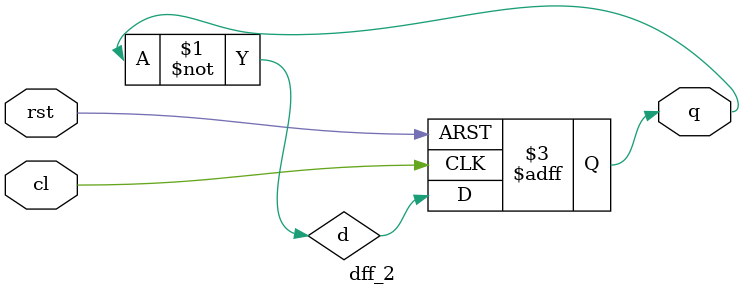
<source format=v>
`timescale 1ns / 1ps


module dff_2(cl,rst,q);
input cl,rst;
output q;
wire d;
reg q;
assign d = ~q ;
always@(posedge cl or posedge rst)
begin
 if(rst)
   q <= 0;
 else
   q <= d;
end
endmodule

</source>
